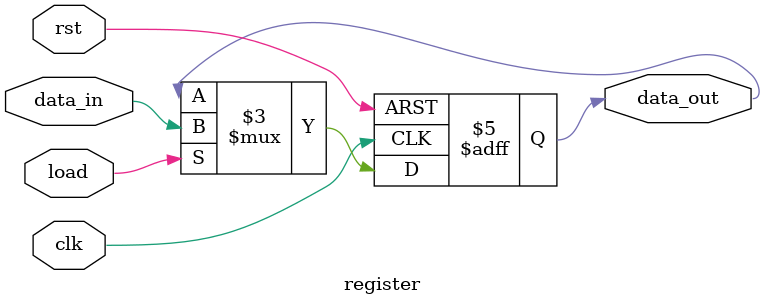
<source format=sv>
/*********************************************************/
// MODULE: 
//
// FILE NAME: register.sv 
// VERSION: 0.1
// DATE: 2021-Jun-08 
// AUTHOR: KavinRaj D
//
// CODE TYPE: RTL or Behavioral Level
//
// DESCRIPTION:
//
/*********************************************************/

module register
#(
	parameter DATA_WIDTH = 1
)
(
	input clk,
	input rst,
	input load,
	input [DATA_WIDTH-1:0] data_in,
	output logic [DATA_WIDTH-1:0] data_out
);

always_ff @ ( posedge clk or posedge rst ) begin
	if ( rst ) begin
		data_out <= '0;
	end
	else if ( load ) begin
		data_out <= data_in;
	end
	else begin
		data_out <= data_out;
	end
end

endmodule: register

</source>
